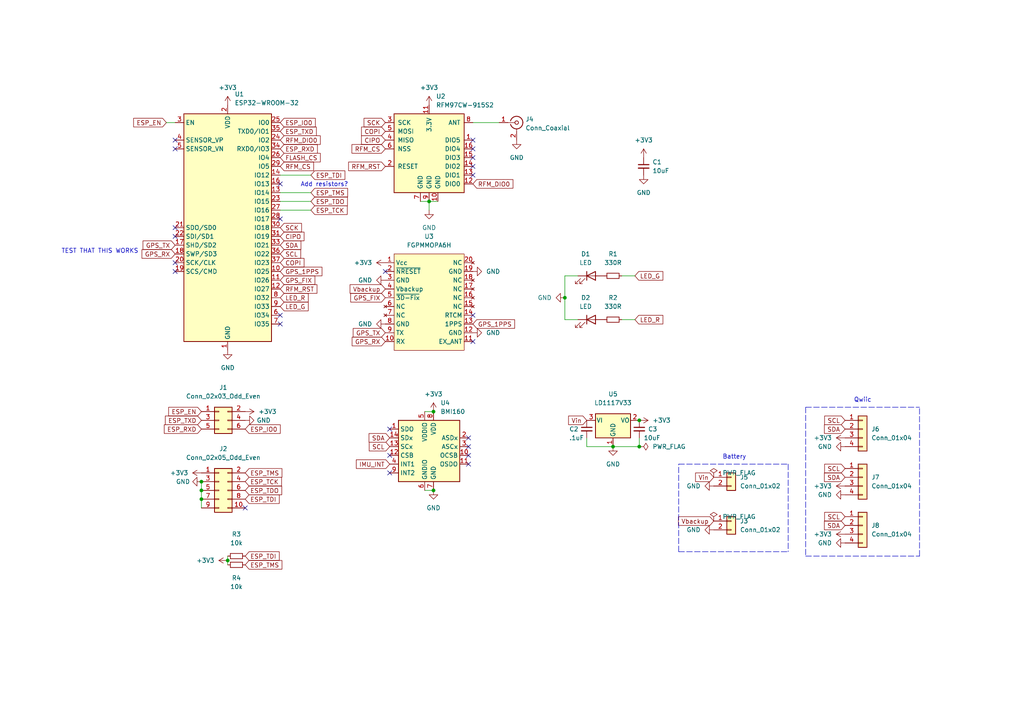
<source format=kicad_sch>
(kicad_sch (version 20211123) (generator eeschema)
  (paper "A4")
  (lib_symbols
    (symbol "+3.3V_1" (power) (pin_names (offset 0))
      (property "Value" "+3.3V_1" (at 0 3.556 0))
      (symbol "+3.3V_1_0_1"
        (polyline (pts (xy -0.762 1.27) (xy 0 2.54)))
        (polyline (pts (xy 0 0) (xy 0 2.54)))
        (polyline (pts (xy 0 2.54) (xy 0.762 1.27)))
      )
      (symbol "+3.3V_1_1_1"
        (pin power_in line (at 0 0 90) (length 0) hide (name "+3V3") (number "1"))
      )
    )
    (symbol "+3.3V_2" (power) (pin_names (offset 0))
      (property "Value" "+3.3V_2" (at 0 3.556 0))
      (symbol "+3.3V_2_0_1"
        (polyline (pts (xy -0.762 1.27) (xy 0 2.54)))
        (polyline (pts (xy 0 0) (xy 0 2.54)))
        (polyline (pts (xy 0 2.54) (xy 0.762 1.27)))
      )
      (symbol "+3.3V_2_1_1"
        (pin power_in line (at 0 0 90) (length 0) hide (name "+3V3") (number "1"))
      )
    )
    (symbol "+3.3V_4" (power) (pin_names (offset 0))
      (property "Value" "+3.3V_4" (at 0 3.556 0))
      (symbol "+3.3V_4_0_1"
        (polyline (pts (xy -0.762 1.27) (xy 0 2.54)))
        (polyline (pts (xy 0 0) (xy 0 2.54)))
        (polyline (pts (xy 0 2.54) (xy 0.762 1.27)))
      )
      (symbol "+3.3V_4_1_1"
        (pin power_in line (at 0 0 90) (length 0) hide (name "+3V3") (number "1"))
      )
    )
    (symbol "+3.3V_5" (power) (pin_names (offset 0))
      (property "Value" "+3.3V_5" (at 0 3.556 0))
      (symbol "+3.3V_5_0_1"
        (polyline (pts (xy -0.762 1.27) (xy 0 2.54)))
        (polyline (pts (xy 0 0) (xy 0 2.54)))
        (polyline (pts (xy 0 2.54) (xy 0.762 1.27)))
      )
      (symbol "+3.3V_5_1_1"
        (pin power_in line (at 0 0 90) (length 0) hide (name "+3V3") (number "1"))
      )
    )
    (symbol "+3.3V_6" (power) (pin_names (offset 0))
      (property "Value" "+3.3V_6" (at 0 3.556 0))
      (symbol "+3.3V_6_0_1"
        (polyline (pts (xy -0.762 1.27) (xy 0 2.54)))
        (polyline (pts (xy 0 0) (xy 0 2.54)))
        (polyline (pts (xy 0 2.54) (xy 0.762 1.27)))
      )
      (symbol "+3.3V_6_1_1"
        (pin power_in line (at 0 0 90) (length 0) hide (name "+3V3") (number "1"))
      )
    )
    (symbol "+3.3V_7" (power) (pin_names (offset 0))
      (property "Value" "+3.3V_7" (at 0 3.556 0))
      (symbol "+3.3V_7_0_1"
        (polyline (pts (xy -0.762 1.27) (xy 0 2.54)))
        (polyline (pts (xy 0 0) (xy 0 2.54)))
        (polyline (pts (xy 0 2.54) (xy 0.762 1.27)))
      )
      (symbol "+3.3V_7_1_1"
        (pin power_in line (at 0 0 90) (length 0) hide (name "+3V3") (number "1"))
      )
    )
    (symbol "+3.3V_8" (power) (pin_names (offset 0))
      (property "Value" "+3.3V_8" (at 0 3.556 0))
      (symbol "+3.3V_8_0_1"
        (polyline (pts (xy -0.762 1.27) (xy 0 2.54)))
        (polyline (pts (xy 0 0) (xy 0 2.54)))
        (polyline (pts (xy 0 2.54) (xy 0.762 1.27)))
      )
      (symbol "+3.3V_8_1_1"
        (pin power_in line (at 0 0 90) (length 0) hide (name "+3V3") (number "1"))
      )
    )
    (symbol "Connector:Conn_Coaxial" (pin_names (offset 1.016) hide)
      (property "Reference" "J" (at 0.254 3.048 0))
      (property "Value" "Conn_Coaxial" (at 2.921 0 90))
      (symbol "Conn_Coaxial_0_1"
        (arc (start -1.778 -0.508) (mid 0.222 -1.808) (end 1.778 0) (stroke (width 0.254)))
        (polyline (pts (xy -2.54 0) (xy -0.508 0)))
        (polyline (pts (xy 0 -2.54) (xy 0 -1.778)))
        (circle (center 0 0) (radius 0.508) (stroke (width 0.2032)))
        (arc (start 1.778 0) (mid 0.222 1.8083) (end -1.778 0.508) (stroke (width 0.254)))
      )
      (symbol "Conn_Coaxial_1_1"
        (pin passive line (at -5.08 0 0) (length 2.54) (name "In") (number "1"))
        (pin passive line (at 0 -5.08 90) (length 2.54) (name "Ext") (number "2"))
      )
    )
    (symbol "Connector_Generic:Conn_01x02" (pin_names (offset 1.016) hide)
      (property "Reference" "J" (at 0 2.54 0))
      (property "Value" "Conn_01x02" (at 0 -5.08 0))
      (symbol "Conn_01x02_1_1"
        (rectangle (start -1.27 -2.413) (end 0 -2.667) (stroke (width 0.1524)))
        (rectangle (start -1.27 0.127) (end 0 -0.127) (stroke (width 0.1524)))
        (rectangle (start -1.27 1.27) (end 1.27 -3.81) (stroke (width 0.254)) (fill (type background)))
        (pin passive line (at -5.08 0 0) (length 3.81) (name "Pin_1") (number "1"))
        (pin passive line (at -5.08 -2.54 0) (length 3.81) (name "Pin_2") (number "2"))
      )
    )
    (symbol "Connector_Generic:Conn_01x04" (pin_names (offset 1.016) hide)
      (property "Reference" "J" (at 0 5.08 0))
      (property "Value" "Conn_01x04" (at 0 -7.62 0))
      (symbol "Conn_01x04_1_1"
        (rectangle (start -1.27 -4.953) (end 0 -5.207) (stroke (width 0.1524)))
        (rectangle (start -1.27 -2.413) (end 0 -2.667) (stroke (width 0.1524)))
        (rectangle (start -1.27 0.127) (end 0 -0.127) (stroke (width 0.1524)))
        (rectangle (start -1.27 2.667) (end 0 2.413) (stroke (width 0.1524)))
        (rectangle (start -1.27 3.81) (end 1.27 -6.35) (stroke (width 0.254)) (fill (type background)))
        (pin passive line (at -5.08 2.54 0) (length 3.81) (name "Pin_1") (number "1"))
        (pin passive line (at -5.08 0 0) (length 3.81) (name "Pin_2") (number "2"))
        (pin passive line (at -5.08 -2.54 0) (length 3.81) (name "Pin_3") (number "3"))
        (pin passive line (at -5.08 -5.08 0) (length 3.81) (name "Pin_4") (number "4"))
      )
    )
    (symbol "Connector_Generic:Conn_02x03_Odd_Even" (pin_names (offset 1.016) hide)
      (property "Reference" "J" (at 1.27 5.08 0))
      (property "Value" "Conn_02x03_Odd_Even" (at 1.27 -5.08 0))
      (symbol "Conn_02x03_Odd_Even_1_1"
        (rectangle (start -1.27 -2.413) (end 0 -2.667) (stroke (width 0.1524)))
        (rectangle (start -1.27 0.127) (end 0 -0.127) (stroke (width 0.1524)))
        (rectangle (start -1.27 2.667) (end 0 2.413) (stroke (width 0.1524)))
        (rectangle (start -1.27 3.81) (end 3.81 -3.81) (stroke (width 0.254)) (fill (type background)))
        (rectangle (start 3.81 -2.413) (end 2.54 -2.667) (stroke (width 0.1524)))
        (rectangle (start 3.81 0.127) (end 2.54 -0.127) (stroke (width 0.1524)))
        (rectangle (start 3.81 2.667) (end 2.54 2.413) (stroke (width 0.1524)))
        (pin passive line (at -5.08 2.54 0) (length 3.81) (name "Pin_1") (number "1"))
        (pin passive line (at 7.62 2.54 180) (length 3.81) (name "Pin_2") (number "2"))
        (pin passive line (at -5.08 0 0) (length 3.81) (name "Pin_3") (number "3"))
        (pin passive line (at 7.62 0 180) (length 3.81) (name "Pin_4") (number "4"))
        (pin passive line (at -5.08 -2.54 0) (length 3.81) (name "Pin_5") (number "5"))
        (pin passive line (at 7.62 -2.54 180) (length 3.81) (name "Pin_6") (number "6"))
      )
    )
    (symbol "Connector_Generic:Conn_02x05_Odd_Even" (pin_names (offset 1.016) hide)
      (property "Reference" "J" (at 1.27 7.62 0))
      (property "Value" "Conn_02x05_Odd_Even" (at 1.27 -7.62 0))
      (symbol "Conn_02x05_Odd_Even_1_1"
        (rectangle (start -1.27 -4.953) (end 0 -5.207) (stroke (width 0.1524)))
        (rectangle (start -1.27 -2.413) (end 0 -2.667) (stroke (width 0.1524)))
        (rectangle (start -1.27 0.127) (end 0 -0.127) (stroke (width 0.1524)))
        (rectangle (start -1.27 2.667) (end 0 2.413) (stroke (width 0.1524)))
        (rectangle (start -1.27 5.207) (end 0 4.953) (stroke (width 0.1524)))
        (rectangle (start -1.27 6.35) (end 3.81 -6.35) (stroke (width 0.254)) (fill (type background)))
        (rectangle (start 3.81 -4.953) (end 2.54 -5.207) (stroke (width 0.1524)))
        (rectangle (start 3.81 -2.413) (end 2.54 -2.667) (stroke (width 0.1524)))
        (rectangle (start 3.81 0.127) (end 2.54 -0.127) (stroke (width 0.1524)))
        (rectangle (start 3.81 2.667) (end 2.54 2.413) (stroke (width 0.1524)))
        (rectangle (start 3.81 5.207) (end 2.54 4.953) (stroke (width 0.1524)))
        (pin passive line (at -5.08 5.08 0) (length 3.81) (name "Pin_1") (number "1"))
        (pin passive line (at 7.62 -5.08 180) (length 3.81) (name "Pin_10") (number "10"))
        (pin passive line (at 7.62 5.08 180) (length 3.81) (name "Pin_2") (number "2"))
        (pin passive line (at -5.08 2.54 0) (length 3.81) (name "Pin_3") (number "3"))
        (pin passive line (at 7.62 2.54 180) (length 3.81) (name "Pin_4") (number "4"))
        (pin passive line (at -5.08 0 0) (length 3.81) (name "Pin_5") (number "5"))
        (pin passive line (at 7.62 0 180) (length 3.81) (name "Pin_6") (number "6"))
        (pin passive line (at -5.08 -2.54 0) (length 3.81) (name "Pin_7") (number "7"))
        (pin passive line (at 7.62 -2.54 180) (length 3.81) (name "Pin_8") (number "8"))
        (pin passive line (at -5.08 -5.08 0) (length 3.81) (name "Pin_9") (number "9"))
      )
    )
    (symbol "Device:C_Small" (pin_numbers hide) (pin_names (offset 0.254) hide)
      (property "Reference" "C" (at 0.254 1.778 0))
      (property "Value" "C_Small" (at 0.254 -2.032 0))
      (symbol "C_Small_0_1"
        (polyline (pts (xy -1.524 -0.508) (xy 1.524 -0.508)) (stroke (width 0.3302)))
        (polyline (pts (xy -1.524 0.508) (xy 1.524 0.508)) (stroke (width 0.3048)))
      )
      (symbol "C_Small_1_1"
        (pin passive line (at 0 2.54 270) (length 2.032) (name "~") (number "1"))
        (pin passive line (at 0 -2.54 90) (length 2.032) (name "~") (number "2"))
      )
    )
    (symbol "Device:LED" (pin_numbers hide) (pin_names (offset 1.016) hide)
      (property "Reference" "D" (at 0 2.54 0))
      (property "Value" "LED" (at 0 -2.54 0))
      (symbol "LED_0_1"
        (polyline (pts (xy -1.27 -1.27) (xy -1.27 1.27)) (stroke (width 0.254)))
        (polyline (pts (xy -1.27 0) (xy 1.27 0)))
        (polyline (pts (xy 1.27 -1.27) (xy 1.27 1.27) (xy -1.27 0) (xy 1.27 -1.27)) (stroke (width 0.254)))
        (polyline (pts (xy -3.048 -0.762) (xy -4.572 -2.286) (xy -3.81 -2.286) (xy -4.572 -2.286) (xy -4.572 -1.524)))
        (polyline (pts (xy -1.778 -0.762) (xy -3.302 -2.286) (xy -2.54 -2.286) (xy -3.302 -2.286) (xy -3.302 -1.524)))
      )
      (symbol "LED_1_1"
        (pin passive line (at -3.81 0 0) (length 2.54) (name "K") (number "1"))
        (pin passive line (at 3.81 0 180) (length 2.54) (name "A") (number "2"))
      )
    )
    (symbol "Device:R_Small" (pin_numbers hide) (pin_names (offset 0.254) hide)
      (property "Reference" "R" (at 0.762 0.508 0))
      (property "Value" "R_Small" (at 0.762 -1.016 0))
      (symbol "R_Small_0_1"
        (rectangle (start -0.762 1.778) (end 0.762 -1.778) (stroke (width 0.2032)))
      )
      (symbol "R_Small_1_1"
        (pin passive line (at 0 2.54 270) (length 0.762) (name "~") (number "1"))
        (pin passive line (at 0 -2.54 90) (length 0.762) (name "~") (number "2"))
      )
    )
    (symbol "Parts:FGPMMOPA6H"
      (property "Reference" "U?" (at 0 17.78 0))
      (property "Value" "FGPMMOPA6H" (at 0 15.24 0))
      (symbol "FGPMMOPA6H_0_1"
        (rectangle (start -10.16 12.7) (end 10.16 -15.24) (fill (type background)))
      )
      (symbol "FGPMMOPA6H_1_1"
        (pin power_in line (at -12.7 10.16 0) (length 2.54) (name "Vcc") (number "1"))
        (pin input line (at -12.7 -12.7 0) (length 2.54) (name "RX") (number "10"))
        (pin input line (at 12.7 -12.7 180) (length 2.54) (name "EX_ANT") (number "11"))
        (pin power_in line (at 12.7 -10.16 180) (length 2.54) (name "GND") (number "12"))
        (pin output line (at 12.7 -7.62 180) (length 2.54) (name "1PPS") (number "13"))
        (pin input line (at 12.7 -5.08 180) (length 2.54) (name "RTCM") (number "14"))
        (pin no_connect line (at 12.7 -2.54 180) (length 2.54) (name "NC") (number "15"))
        (pin no_connect line (at 12.7 0 180) (length 2.54) (name "NC") (number "16"))
        (pin no_connect line (at 12.7 2.54 180) (length 2.54) (name "NC") (number "17"))
        (pin no_connect line (at 12.7 5.08 180) (length 2.54) (name "NC") (number "18"))
        (pin power_in line (at 12.7 7.62 180) (length 2.54) (name "GND") (number "19"))
        (pin input line (at -12.7 7.62 0) (length 2.54) (name "~{NRESET}") (number "2"))
        (pin no_connect line (at 12.7 10.16 180) (length 2.54) (name "NC") (number "20"))
        (pin power_in line (at -12.7 5.08 0) (length 2.54) (name "GND") (number "3"))
        (pin power_in line (at -12.7 2.54 0) (length 2.54) (name "Vbackup") (number "4"))
        (pin output line (at -12.7 0 0) (length 2.54) (name "~{3D-Fix}") (number "5"))
        (pin no_connect line (at -12.7 -2.54 0) (length 2.54) (name "NC") (number "6"))
        (pin no_connect line (at -12.7 -5.08 0) (length 2.54) (name "NC") (number "7"))
        (pin power_in line (at -12.7 -7.62 0) (length 2.54) (name "GND") (number "8"))
        (pin output line (at -12.7 -10.16 0) (length 2.54) (name "TX") (number "9"))
      )
    )
    (symbol "RF_Module:ESP32-WROOM-32"
      (property "Reference" "U" (at -12.7 34.29 0))
      (property "Value" "ESP32-WROOM-32" (at 1.27 34.29 0))
      (symbol "ESP32-WROOM-32_0_1"
        (rectangle (start -12.7 33.02) (end 12.7 -33.02) (stroke (width 0.254)) (fill (type background)))
      )
      (symbol "ESP32-WROOM-32_1_1"
        (pin power_in line (at 0 -35.56 90) (length 2.54) (name "GND") (number "1"))
        (pin bidirectional line (at 15.24 -12.7 180) (length 2.54) (name "IO25") (number "10"))
        (pin bidirectional line (at 15.24 -15.24 180) (length 2.54) (name "IO26") (number "11"))
        (pin bidirectional line (at 15.24 -17.78 180) (length 2.54) (name "IO27") (number "12"))
        (pin bidirectional line (at 15.24 10.16 180) (length 2.54) (name "IO14") (number "13"))
        (pin bidirectional line (at 15.24 15.24 180) (length 2.54) (name "IO12") (number "14"))
        (pin passive line (at 0 -35.56 90) (length 2.54) hide (name "GND") (number "15"))
        (pin bidirectional line (at 15.24 12.7 180) (length 2.54) (name "IO13") (number "16"))
        (pin bidirectional line (at -15.24 -5.08 0) (length 2.54) (name "SHD/SD2") (number "17"))
        (pin bidirectional line (at -15.24 -7.62 0) (length 2.54) (name "SWP/SD3") (number "18"))
        (pin bidirectional line (at -15.24 -12.7 0) (length 2.54) (name "SCS/CMD") (number "19"))
        (pin power_in line (at 0 35.56 270) (length 2.54) (name "VDD") (number "2"))
        (pin bidirectional line (at -15.24 -10.16 0) (length 2.54) (name "SCK/CLK") (number "20"))
        (pin bidirectional line (at -15.24 0 0) (length 2.54) (name "SDO/SD0") (number "21"))
        (pin bidirectional line (at -15.24 -2.54 0) (length 2.54) (name "SDI/SD1") (number "22"))
        (pin bidirectional line (at 15.24 7.62 180) (length 2.54) (name "IO15") (number "23"))
        (pin bidirectional line (at 15.24 25.4 180) (length 2.54) (name "IO2") (number "24"))
        (pin bidirectional line (at 15.24 30.48 180) (length 2.54) (name "IO0") (number "25"))
        (pin bidirectional line (at 15.24 20.32 180) (length 2.54) (name "IO4") (number "26"))
        (pin bidirectional line (at 15.24 5.08 180) (length 2.54) (name "IO16") (number "27"))
        (pin bidirectional line (at 15.24 2.54 180) (length 2.54) (name "IO17") (number "28"))
        (pin bidirectional line (at 15.24 17.78 180) (length 2.54) (name "IO5") (number "29"))
        (pin input line (at -15.24 30.48 0) (length 2.54) (name "EN") (number "3"))
        (pin bidirectional line (at 15.24 0 180) (length 2.54) (name "IO18") (number "30"))
        (pin bidirectional line (at 15.24 -2.54 180) (length 2.54) (name "IO19") (number "31"))
        (pin no_connect line (at -12.7 -27.94 0) (length 2.54) hide (name "NC") (number "32"))
        (pin bidirectional line (at 15.24 -5.08 180) (length 2.54) (name "IO21") (number "33"))
        (pin bidirectional line (at 15.24 22.86 180) (length 2.54) (name "RXD0/IO3") (number "34"))
        (pin bidirectional line (at 15.24 27.94 180) (length 2.54) (name "TXD0/IO1") (number "35"))
        (pin bidirectional line (at 15.24 -7.62 180) (length 2.54) (name "IO22") (number "36"))
        (pin bidirectional line (at 15.24 -10.16 180) (length 2.54) (name "IO23") (number "37"))
        (pin passive line (at 0 -35.56 90) (length 2.54) hide (name "GND") (number "38"))
        (pin passive line (at 0 -35.56 90) (length 2.54) hide (name "GND") (number "39"))
        (pin input line (at -15.24 25.4 0) (length 2.54) (name "SENSOR_VP") (number "4"))
        (pin input line (at -15.24 22.86 0) (length 2.54) (name "SENSOR_VN") (number "5"))
        (pin input line (at 15.24 -25.4 180) (length 2.54) (name "IO34") (number "6"))
        (pin input line (at 15.24 -27.94 180) (length 2.54) (name "IO35") (number "7"))
        (pin bidirectional line (at 15.24 -20.32 180) (length 2.54) (name "IO32") (number "8"))
        (pin bidirectional line (at 15.24 -22.86 180) (length 2.54) (name "IO33") (number "9"))
      )
    )
    (symbol "RocketTracker-SparkFun:LD1117V33" (pin_names (offset 0.254))
      (property "Reference" "U" (at -3.81 3.175 0))
      (property "Value" "LD1117V33" (at 0 3.175 0))
      (symbol "LD1117V33_0_1"
        (rectangle (start -5.08 1.905) (end 5.08 -5.08) (stroke (width 0.254)) (fill (type background)))
      )
      (symbol "LD1117V33_1_1"
        (pin input line (at 0 -7.62 90) (length 2.54) (name "GND") (number "1"))
        (pin power_out line (at 7.62 0 180) (length 2.54) (name "VO") (number "2"))
        (pin power_in line (at -7.62 0 0) (length 2.54) (name "VI") (number "3"))
      )
    )
    (symbol "RocketTracker_Symbols:RFM97CW-915S2" (pin_names (offset 1.016))
      (property "Reference" "U?" (at 2.0194 15.875 0))
      (property "Value" "RFM97CW-915S2" (at 2.0194 13.335 0))
      (symbol "RFM97CW-915S2_0_1"
        (rectangle (start -10.16 10.16) (end 10.16 -12.7) (stroke (width 0.254)) (fill (type background)))
      )
      (symbol "RFM97CW-915S2_1_1"
        (pin bidirectional line (at 12.7 2.54 180) (length 2.54) (name "DIO5") (number "1"))
        (pin power_in line (at 2.54 -15.24 90) (length 2.54) (name "GND") (number "10"))
        (pin power_in line (at 0 12.7 270) (length 2.54) (name "3.3V") (number "11"))
        (pin bidirectional line (at 12.7 -10.16 180) (length 2.54) (name "DIO0") (number "12"))
        (pin bidirectional line (at 12.7 -7.62 180) (length 2.54) (name "DIO1") (number "13"))
        (pin bidirectional line (at 12.7 -5.08 180) (length 2.54) (name "DIO2") (number "14"))
        (pin bidirectional line (at 12.7 -2.54 180) (length 2.54) (name "DIO3") (number "15"))
        (pin bidirectional line (at 12.7 0 180) (length 2.54) (name "DIO4") (number "16"))
        (pin bidirectional line (at -12.7 -5.08 0) (length 2.54) (name "RESET") (number "2"))
        (pin input line (at -12.7 7.62 0) (length 2.54) (name "SCK") (number "3"))
        (pin output line (at -12.7 2.54 0) (length 2.54) (name "MISO") (number "4"))
        (pin input line (at -12.7 5.08 0) (length 2.54) (name "MOSI") (number "5"))
        (pin input line (at -12.7 0 0) (length 2.54) (name "NSS") (number "6"))
        (pin power_in line (at -2.54 -15.24 90) (length 2.54) (name "GND") (number "7"))
        (pin bidirectional line (at 12.7 7.62 180) (length 2.54) (name "ANT") (number "8"))
        (pin power_in line (at 0 -15.24 90) (length 2.54) (name "GND") (number "9"))
      )
    )
    (symbol "Sensor_Motion:BMI160"
      (property "Reference" "U" (at -10.16 8.89 0))
      (property "Value" "BMI160" (at 7.62 8.89 0))
      (symbol "BMI160_1_1"
        (rectangle (start -10.16 7.62) (end 7.62 -10.16) (stroke (width 0.254)) (fill (type background)))
        (pin bidirectional line (at -12.7 5.08 0) (length 2.54) (name "SDO") (number "1"))
        (pin bidirectional line (at 10.16 -2.54 180) (length 2.54) (name "OCSB") (number "10"))
        (pin bidirectional line (at 10.16 -5.08 180) (length 2.54) (name "OSDO") (number "11"))
        (pin input line (at -12.7 -2.54 0) (length 2.54) (name "CSB") (number "12"))
        (pin input line (at -12.7 0 0) (length 2.54) (name "SCx") (number "13"))
        (pin bidirectional line (at -12.7 2.54 0) (length 2.54) (name "SDx") (number "14"))
        (pin bidirectional line (at 10.16 2.54 180) (length 2.54) (name "ASDx") (number "2"))
        (pin output line (at 10.16 0 180) (length 2.54) (name "ASCx") (number "3"))
        (pin bidirectional line (at -12.7 -5.08 0) (length 2.54) (name "INT1") (number "4"))
        (pin power_in line (at -2.54 10.16 270) (length 2.54) (name "VDDIO") (number "5"))
        (pin power_in line (at -2.54 -12.7 90) (length 2.54) (name "GNDIO") (number "6"))
        (pin power_in line (at 0 -12.7 90) (length 2.54) (name "GND") (number "7"))
        (pin power_in line (at 0 10.16 270) (length 2.54) (name "VDD") (number "8"))
        (pin bidirectional line (at -12.7 -7.62 0) (length 2.54) (name "INT2") (number "9"))
      )
    )
    (symbol "power:+3.3V" (power) (pin_names (offset 0))
      (property "Value" "+3.3V" (at 0 3.556 0))
      (symbol "+3.3V_0_1"
        (polyline (pts (xy -0.762 1.27) (xy 0 2.54)))
        (polyline (pts (xy 0 0) (xy 0 2.54)))
        (polyline (pts (xy 0 2.54) (xy 0.762 1.27)))
      )
      (symbol "+3.3V_1_1"
        (pin power_in line (at 0 0 90) (length 0) hide (name "+3V3") (number "1"))
      )
    )
    (symbol "power:GND" (power) (pin_names (offset 0))
      (property "Value" "GND" (at 0 -3.81 0))
      (symbol "GND_0_1"
        (polyline (pts (xy 0 0) (xy 0 -1.27) (xy 1.27 -1.27) (xy 0 -2.54) (xy -1.27 -1.27) (xy 0 -1.27)))
      )
      (symbol "GND_1_1"
        (pin power_in line (at 0 0 270) (length 0) hide (name "GND") (number "1"))
      )
    )
    (symbol "power:PWR_FLAG" (power) (pin_numbers hide) (pin_names (offset 0) hide)
      (property "Value" "PWR_FLAG" (at 0 3.81 0))
      (symbol "PWR_FLAG_0_0"
        (pin power_out line (at 0 0 90) (length 0) (name "pwr") (number "1"))
      )
      (symbol "PWR_FLAG_0_1"
        (polyline (pts (xy 0 0) (xy 0 1.27) (xy -1.016 1.905) (xy 0 2.54) (xy 1.016 1.905) (xy 0 1.27)))
      )
    )
  )
  (junction (at 125.73 142.24))
  (junction (at 185.42 121.92))
  (junction (at 58.42 144.78))
  (junction (at 66.04 162.56))
  (junction (at 177.8 129.54))
  (junction (at 58.42 139.7))
  (junction (at 125.73 119.38))
  (junction (at 58.42 142.24))
  (junction (at 124.46 58.42))
  (junction (at 163.83 86.36))
  (junction (at 185.42 129.54))
  (no_connect (at 137.16 43.18))
  (no_connect (at 113.03 137.16))
  (no_connect (at 113.03 132.08))
  (no_connect (at 137.16 50.8))
  (no_connect (at 113.03 124.46))
  (no_connect (at 135.89 134.62))
  (no_connect (at 137.16 40.64))
  (no_connect (at 81.28 93.98))
  (no_connect (at 81.28 53.34))
  (no_connect (at 111.76 78.74))
  (no_connect (at 135.89 127))
  (no_connect (at 137.16 91.44))
  (no_connect (at 50.8 40.64))
  (no_connect (at 137.16 99.06))
  (no_connect (at 137.16 45.72))
  (no_connect (at 81.28 91.44))
  (no_connect (at 81.28 63.5))
  (no_connect (at 50.8 68.58))
  (no_connect (at 50.8 76.2))
  (no_connect (at 135.89 129.54))
  (no_connect (at 137.16 48.26))
  (no_connect (at 50.8 78.74))
  (no_connect (at 135.89 132.08))
  (no_connect (at 71.12 147.32))
  (no_connect (at 50.8 66.04))
  (no_connect (at 50.8 43.18))
  (wire (pts (xy 177.8 129.54) (xy 170.18 129.54)))
  (wire (pts (xy 163.83 92.71) (xy 167.64 92.71)))
  (wire (pts (xy 81.28 55.88) (xy 90.17 55.88)))
  (wire (pts (xy 163.83 86.36) (xy 163.83 80.01)))
  (polyline (pts (xy 266.7 161.29) (xy 266.7 118.11)))
  (wire (pts (xy 123.19 119.38) (xy 125.73 119.38)))
  (wire (pts (xy 58.42 139.7) (xy 58.42 142.24)))
  (wire (pts (xy 185.42 129.54) (xy 185.42 127)))
  (wire (pts (xy 170.18 129.54) (xy 170.18 127)))
  (wire (pts (xy 184.15 80.01) (xy 180.34 80.01)))
  (polyline (pts (xy 233.68 118.11) (xy 266.7 118.11)))
  (wire (pts (xy 58.42 144.78) (xy 58.42 147.32)))
  (wire (pts (xy 124.46 60.96) (xy 124.46 58.42)))
  (wire (pts (xy 66.04 161.29) (xy 66.04 162.56)))
  (wire (pts (xy 48.26 35.56) (xy 50.8 35.56)))
  (wire (pts (xy 163.83 80.01) (xy 167.64 80.01)))
  (wire (pts (xy 184.15 92.71) (xy 180.34 92.71)))
  (polyline (pts (xy 233.68 118.11) (xy 233.68 161.29)))
  (polyline (pts (xy 196.85 160.02) (xy 228.6 160.02)))
  (wire (pts (xy 58.42 142.24) (xy 58.42 144.78)))
  (wire (pts (xy 144.78 35.56) (xy 137.16 35.56)))
  (wire (pts (xy 123.19 142.24) (xy 125.73 142.24)))
  (polyline (pts (xy 196.85 134.62) (xy 228.6 134.62)))
  (wire (pts (xy 124.46 58.42) (xy 127 58.42)))
  (wire (pts (xy 90.17 58.42) (xy 81.28 58.42)))
  (wire (pts (xy 163.83 86.36) (xy 163.83 92.71)))
  (polyline (pts (xy 196.85 160.02) (xy 196.85 134.62)))
  (wire (pts (xy 121.92 58.42) (xy 124.46 58.42)))
  (wire (pts (xy 177.8 129.54) (xy 185.42 129.54)))
  (polyline (pts (xy 233.68 161.29) (xy 266.7 161.29)))
  (polyline (pts (xy 228.6 134.62) (xy 228.6 160.02)))
  (wire (pts (xy 66.04 162.56) (xy 66.04 163.83)))
  (wire (pts (xy 90.17 60.96) (xy 81.28 60.96)))
  (wire (pts (xy 90.17 50.8) (xy 81.28 50.8)))
  (text "TEST THAT THIS WORKS\n" (at 17.78 73.66 0) (effects (font (size 1.27 1.27)) (justify left bottom)))
  (text "Battery" (at 209.55 133.35 0) (effects (font (size 1.27 1.27)) (justify left bottom)))
  (text "Add resistors?" (at 87.1572 54.3256 0) (effects (font (size 1.27 1.27)) (justify left bottom)))
  (text "Qwiic" (at 247.65 116.84 0) (effects (font (size 1.27 1.27)) (justify left bottom)))
  (global_label "GPS_FIX" (shape input) (at 111.76 86.36 180) (property "Intersheet References" "${INTERSHEET_REFS}" (effects hide)))
  (global_label "SDA" (shape input) (at 113.03 127 180) (property "Intersheet References" "${INTERSHEET_REFS}" (effects hide)))
  (global_label "SCL" (shape input) (at 81.28 73.66 0) (property "Intersheet References" "${INTERSHEET_REFS}" (effects hide)))
  (global_label "SCK" (shape input) (at 111.76 35.56 180) (property "Intersheet References" "${INTERSHEET_REFS}" (effects hide)))
  (global_label "ESP_EN" (shape input) (at 58.42 119.38 180) (property "Intersheet References" "${INTERSHEET_REFS}" (effects hide)))
  (global_label "SCK" (shape input) (at 81.28 66.04 0) (property "Intersheet References" "${INTERSHEET_REFS}" (effects hide)))
  (global_label "COPI" (shape input) (at 81.28 76.2 0) (property "Intersheet References" "${INTERSHEET_REFS}" (effects hide)))
  (global_label "ESP_TXD" (shape input) (at 81.28 38.1 0) (property "Intersheet References" "${INTERSHEET_REFS}" (effects hide)))
  (global_label "GPS_1PPS" (shape input) (at 81.28 78.74 0) (property "Intersheet References" "${INTERSHEET_REFS}" (effects hide)))
  (global_label "LED_G" (shape input) (at 81.28 88.9 0) (property "Intersheet References" "${INTERSHEET_REFS}" (effects hide)))
  (global_label "ESP_TMS" (shape input) (at 71.12 163.83 0) (property "Intersheet References" "${INTERSHEET_REFS}" (effects hide)))
  (global_label "ESP_IO0" (shape input) (at 81.28 35.56 0) (property "Intersheet References" "${INTERSHEET_REFS}" (effects hide)))
  (global_label "SDA" (shape input) (at 245.11 138.43 180) (property "Intersheet References" "${INTERSHEET_REFS}" (effects hide)))
  (global_label "ESP_TDI" (shape input) (at 71.12 161.29 0) (property "Intersheet References" "${INTERSHEET_REFS}" (effects hide)))
  (global_label "RFM_DIO0" (shape input) (at 137.16 53.34 0) (property "Intersheet References" "${INTERSHEET_REFS}" (effects hide)))
  (global_label "RFM_CS" (shape input) (at 111.76 43.18 180) (property "Intersheet References" "${INTERSHEET_REFS}" (effects hide)))
  (global_label "SDA" (shape input) (at 245.11 152.4 180) (property "Intersheet References" "${INTERSHEET_REFS}" (effects hide)))
  (global_label "ESP_TDI" (shape input) (at 90.17 50.8 0) (property "Intersheet References" "${INTERSHEET_REFS}" (effects hide)))
  (global_label "ESP_RXD" (shape input) (at 58.42 124.46 180) (property "Intersheet References" "${INTERSHEET_REFS}" (effects hide)))
  (global_label "ESP_TCK" (shape input) (at 90.17 60.96 0) (property "Intersheet References" "${INTERSHEET_REFS}" (effects hide)))
  (global_label "SCL" (shape input) (at 113.03 129.54 180) (property "Intersheet References" "${INTERSHEET_REFS}" (effects hide)))
  (global_label "RFM_CS" (shape input) (at 81.28 48.26 0) (property "Intersheet References" "${INTERSHEET_REFS}" (effects hide)))
  (global_label "RFM_DIO0" (shape input) (at 81.28 40.64 0) (property "Intersheet References" "${INTERSHEET_REFS}" (effects hide)))
  (global_label "Vin" (shape input) (at 170.18 121.92 180) (property "Intersheet References" "${INTERSHEET_REFS}" (effects hide)))
  (global_label "ESP_TMS" (shape input) (at 90.17 55.88 0) (property "Intersheet References" "${INTERSHEET_REFS}" (effects hide)))
  (global_label "RFM_RST" (shape input) (at 81.28 83.82 0) (property "Intersheet References" "${INTERSHEET_REFS}" (effects hide)))
  (global_label "ESP_EN" (shape input) (at 48.26 35.56 180) (property "Intersheet References" "${INTERSHEET_REFS}" (effects hide)))
  (global_label "ESP_RXD" (shape input) (at 81.28 43.18 0) (property "Intersheet References" "${INTERSHEET_REFS}" (effects hide)))
  (global_label "ESP_TMS" (shape input) (at 71.12 137.16 0) (property "Intersheet References" "${INTERSHEET_REFS}" (effects hide)))
  (global_label "CIPO" (shape input) (at 111.76 40.64 180) (property "Intersheet References" "${INTERSHEET_REFS}" (effects hide)))
  (global_label "ESP_TXD" (shape input) (at 58.42 121.92 180) (property "Intersheet References" "${INTERSHEET_REFS}" (effects hide)))
  (global_label "GPS_RX" (shape input) (at 50.8 73.66 180) (property "Intersheet References" "${INTERSHEET_REFS}" (effects hide)))
  (global_label "FLASH_CS" (shape input) (at 81.28 45.72 0) (property "Intersheet References" "${INTERSHEET_REFS}" (effects hide)))
  (global_label "Vbackup" (shape input) (at 111.76 83.82 180) (property "Intersheet References" "${INTERSHEET_REFS}" (effects hide)))
  (global_label "GPS_TX" (shape input) (at 111.76 96.52 180) (property "Intersheet References" "${INTERSHEET_REFS}" (effects hide)))
  (global_label "GPS_TX" (shape input) (at 50.8 71.12 180) (property "Intersheet References" "${INTERSHEET_REFS}" (effects hide)))
  (global_label "SDA" (shape input) (at 245.11 124.46 180) (property "Intersheet References" "${INTERSHEET_REFS}" (effects hide)))
  (global_label "LED_R" (shape input) (at 184.15 92.71 0) (property "Intersheet References" "${INTERSHEET_REFS}" (effects hide)))
  (global_label "ESP_TDO" (shape input) (at 71.12 142.24 0) (property "Intersheet References" "${INTERSHEET_REFS}" (effects hide)))
  (global_label "LED_G" (shape input) (at 184.15 80.01 0) (property "Intersheet References" "${INTERSHEET_REFS}" (effects hide)))
  (global_label "ESP_TCK" (shape input) (at 71.12 139.7 0) (property "Intersheet References" "${INTERSHEET_REFS}" (effects hide)))
  (global_label "GPS_RX" (shape input) (at 111.76 99.06 180) (property "Intersheet References" "${INTERSHEET_REFS}" (effects hide)))
  (global_label "CIPO" (shape input) (at 81.28 68.58 0) (property "Intersheet References" "${INTERSHEET_REFS}" (effects hide)))
  (global_label "GPS_FIX" (shape input) (at 81.28 81.28 0) (property "Intersheet References" "${INTERSHEET_REFS}" (effects hide)))
  (global_label "IMU_INT" (shape input) (at 113.03 134.62 180) (property "Intersheet References" "${INTERSHEET_REFS}" (effects hide)))
  (global_label "SCL" (shape input) (at 245.11 149.86 180) (property "Intersheet References" "${INTERSHEET_REFS}" (effects hide)))
  (global_label "Vbackup" (shape input) (at 207.01 151.13 180) (property "Intersheet References" "${INTERSHEET_REFS}" (effects hide)))
  (global_label "LED_R" (shape input) (at 81.28 86.36 0) (property "Intersheet References" "${INTERSHEET_REFS}" (effects hide)))
  (global_label "SCL" (shape input) (at 245.11 135.89 180) (property "Intersheet References" "${INTERSHEET_REFS}" (effects hide)))
  (global_label "RFM_RST" (shape input) (at 111.76 48.26 180) (property "Intersheet References" "${INTERSHEET_REFS}" (effects hide)))
  (global_label "ESP_TDI" (shape input) (at 71.12 144.78 0) (property "Intersheet References" "${INTERSHEET_REFS}" (effects hide)))
  (global_label "SDA" (shape input) (at 81.28 71.12 0) (property "Intersheet References" "${INTERSHEET_REFS}" (effects hide)))
  (global_label "ESP_TDO" (shape input) (at 90.17 58.42 0) (property "Intersheet References" "${INTERSHEET_REFS}" (effects hide)))
  (global_label "COPI" (shape input) (at 111.76 38.1 180) (property "Intersheet References" "${INTERSHEET_REFS}" (effects hide)))
  (global_label "SCL" (shape input) (at 245.11 121.92 180) (property "Intersheet References" "${INTERSHEET_REFS}" (effects hide)))
  (global_label "Vin" (shape input) (at 207.01 138.43 180) (property "Intersheet References" "${INTERSHEET_REFS}" (effects hide)))
  (global_label "ESP_IO0" (shape input) (at 71.12 124.46 0) (property "Intersheet References" "${INTERSHEET_REFS}" (effects hide)))
  (global_label "GPS_1PPS" (shape input) (at 137.16 93.98 0) (property "Intersheet References" "${INTERSHEET_REFS}" (effects hide)))
  (symbol (lib_id "Device:C_Small") (at 186.69 48.26 0) (unit 1)
    (property "Reference" "C1" (at 189.23 46.9962 0) (effects (justify left)))
    (property "Value" "10uF" (at 189.23 49.5362 0) (effects (justify left)))
    (property "Footprint" "Capacitor_SMD:C_1210_3225Metric_Pad1.33x2.70mm_HandSolder" (effects hide))
  )
  (symbol (lib_name "+3.3V_7") (lib_id "power:+3.3V") (at 186.69 45.72 0) (unit 1)
    (property "Reference" "#PWR0107" (effects hide))
    (property "Value" "+3.3V" (at 186.69 40.64 0))
  )
  (symbol (lib_id "power:GND") (at 245.11 157.48 270) (unit 1)
    (property "Reference" "#PWR029" (effects hide))
    (property "Value" "GND" (at 241.3 157.4799 90) (effects (justify right)))
  )
  (symbol (lib_id "power:GND") (at 125.73 142.24 0) (unit 1)
    (property "Reference" "#PWR0113" (effects hide))
    (property "Value" "GND" (at 125.73 147.32 0))
  )
  (symbol (lib_name "+3.3V_8") (lib_id "power:+3.3V") (at 185.42 121.92 270) (unit 1)
    (property "Reference" "#PWR0103" (effects hide))
    (property "Value" "+3.3V" (at 189.23 121.9199 90) (effects (justify left)))
  )
  (symbol (lib_id "Connector_Generic:Conn_01x04") (at 250.19 124.46 0) (unit 1)
    (property "Reference" "J6" (at 252.73 124.4599 0) (effects (justify left)))
    (property "Value" "Conn_01x04" (at 252.73 126.9999 0) (effects (justify left)))
    (property "Footprint" "Parts:Connector_Qwiic_Vertical" (effects hide))
  )
  (symbol (lib_id "Connector_Generic:Conn_02x05_Odd_Even") (at 63.5 142.24 0) (unit 1)
    (property "Reference" "J2" (at 64.77 130.175 0))
    (property "Value" "Conn_02x05_Odd_Even" (at 64.77 132.715 0))
    (property "Footprint" "Connector_PinHeader_1.27mm:PinHeader_2x05_P1.27mm_Vertical" (effects hide))
  )
  (symbol (lib_id "power:+3.3V") (at 66.04 162.56 90) (unit 1)
    (property "Reference" "#PWR0112" (effects hide))
    (property "Value" "+3.3V" (at 62.23 162.5599 90) (effects (justify left)))
  )
  (symbol (lib_id "Device:R_Small") (at 68.58 163.83 90) (unit 1)
    (property "Reference" "R4" (at 68.58 167.64 90))
    (property "Value" "10k" (at 68.58 170.18 90))
    (property "Footprint" "Resistor_SMD:R_0603_1608Metric_Pad0.98x0.95mm_HandSolder" (effects hide))
  )
  (symbol (lib_id "power:+3.3V") (at 245.11 140.97 90) (unit 1)
    (property "Reference" "#PWR0111" (effects hide))
    (property "Value" "+3.3V" (at 241.3 140.9699 90) (effects (justify left)))
  )
  (symbol (lib_id "power:GND") (at 245.11 129.54 270) (unit 1)
    (property "Reference" "#PWR025" (effects hide))
    (property "Value" "GND" (at 241.3 129.5399 90) (effects (justify right)))
  )
  (symbol (lib_name "+3.3V_4") (lib_id "power:+3.3V") (at 111.76 76.2 90) (unit 1)
    (property "Reference" "#PWR0102" (effects hide))
    (property "Value" "+3.3V" (at 107.95 76.1999 90) (effects (justify left)))
  )
  (symbol (lib_id "Parts:FGPMMOPA6H") (at 124.46 86.36 0) (unit 1)
    (property "Reference" "U3" (at 124.46 68.58 0))
    (property "Value" "FGPMMOPA6H" (at 124.46 71.12 0))
    (property "Footprint" "Parts:FGPMMOPA6H" (effects hide))
  )
  (symbol (lib_id "Device:LED") (at 171.45 92.71 0) (unit 1)
    (property "Reference" "D2" (at 169.8625 86.36 0))
    (property "Value" "LED" (at 169.8625 88.9 0))
    (property "Footprint" "LED_SMD:LED_0603_1608Metric_Pad1.05x0.95mm_HandSolder" (effects hide))
  )
  (symbol (lib_id "Connector_Generic:Conn_01x04") (at 250.19 138.43 0) (unit 1)
    (property "Reference" "J7" (at 252.73 138.4299 0) (effects (justify left)))
    (property "Value" "Conn_01x04" (at 252.73 140.9699 0) (effects (justify left)))
    (property "Footprint" "Parts:Connector_Qwiic_Vertical" (effects hide))
  )
  (symbol (lib_id "power:GND") (at 111.76 81.28 270) (unit 1)
    (property "Reference" "#PWR08" (effects hide))
    (property "Value" "GND" (at 107.95 81.2799 90) (effects (justify right)))
  )
  (symbol (lib_id "Connector_Generic:Conn_01x02") (at 212.09 138.43 0) (unit 1)
    (property "Reference" "J5" (at 214.63 138.4299 0) (effects (justify left)))
    (property "Value" "Conn_01x02" (at 214.63 140.9699 0) (effects (justify left)))
    (property "Footprint" "Connector_PinHeader_2.54mm:PinHeader_1x02_P2.54mm_Vertical" (effects hide))
  )
  (symbol (lib_id "Device:LED") (at 171.45 80.01 0) (unit 1)
    (property "Reference" "D1" (at 169.8625 73.66 0))
    (property "Value" "LED" (at 169.8625 76.2 0))
    (property "Footprint" "LED_SMD:LED_0603_1608Metric_Pad1.05x0.95mm_HandSolder" (effects hide))
  )
  (symbol (lib_id "Connector_Generic:Conn_02x03_Odd_Even") (at 63.5 121.92 0) (unit 1)
    (property "Reference" "J1" (at 64.77 112.395 0))
    (property "Value" "Conn_02x03_Odd_Even" (at 64.77 114.935 0))
    (property "Footprint" "Connector_PinHeader_1.27mm:PinHeader_2x03_P1.27mm_Vertical" (effects hide))
  )
  (symbol (lib_id "Device:R_Small") (at 177.8 80.01 90) (unit 1)
    (property "Reference" "R1" (at 177.8 73.66 90))
    (property "Value" "330R" (at 177.8 76.2 90))
    (property "Footprint" "Resistor_SMD:R_0603_1608Metric_Pad0.98x0.95mm_HandSolder" (effects hide))
  )
  (symbol (lib_name "+3.3V_5") (lib_id "power:+3.3V") (at 66.04 30.48 0) (unit 1)
    (property "Reference" "#PWR0104" (effects hide))
    (property "Value" "+3.3V" (at 66.04 25.4 0))
  )
  (symbol (lib_name "+3.3V_1") (lib_id "power:+3.3V") (at 71.12 119.38 270) (unit 1)
    (property "Reference" "#PWR0106" (effects hide))
    (property "Value" "+3.3V" (at 74.93 119.3799 90) (effects (justify left)))
  )
  (symbol (lib_id "RocketTracker_Symbols:RFM97CW-915S2") (at 124.46 43.18 0) (unit 1)
    (property "Reference" "U2" (at 126.4794 27.94 0) (effects (justify left)))
    (property "Value" "RFM97CW-915S2" (at 126.4794 30.48 0) (effects (justify left)))
    (property "Footprint" "RF_Module:HOPERF_RFM9XW_SMD" (effects hide))
    (property "Datasheet" "https://www.hoperf.com/data/upload/portal/20181127/5bfcbea20e9ef.pdf" (effects hide))
  )
  (symbol (lib_id "Device:R_Small") (at 68.58 161.29 90) (unit 1)
    (property "Reference" "R3" (at 68.58 154.94 90))
    (property "Value" "10k" (at 68.58 157.48 90))
    (property "Footprint" "Resistor_SMD:R_0603_1608Metric_Pad0.98x0.95mm_HandSolder" (effects hide))
  )
  (symbol (lib_id "power:GND") (at 71.12 121.92 90) (mirror x) (unit 1)
    (property "Reference" "#PWR06" (effects hide))
    (property "Value" "GND" (at 74.422 121.9199 90) (effects (justify right)))
  )
  (symbol (lib_id "power:GND") (at 207.01 153.67 270) (unit 1)
    (property "Reference" "#PWR01" (effects hide))
    (property "Value" "GND" (at 203.2 153.6699 90) (effects (justify right)))
  )
  (symbol (lib_id "power:GND") (at 66.04 101.6 0) (unit 1)
    (property "Reference" "#PWR04" (effects hide))
    (property "Value" "GND" (at 66.04 106.68 0))
  )
  (symbol (lib_id "power:GND") (at 149.86 40.64 0) (unit 1)
    (property "Reference" "#PWR016" (effects hide))
    (property "Value" "GND" (at 149.86 45.72 0))
  )
  (symbol (lib_id "power:+3.3V") (at 245.11 154.94 90) (unit 1)
    (property "Reference" "#PWR0109" (effects hide))
    (property "Value" "+3.3V" (at 241.3 154.9399 90) (effects (justify left)))
  )
  (symbol (lib_id "Sensor_Motion:BMI160") (at 125.73 129.54 0) (unit 1)
    (property "Reference" "U4" (at 127.7494 116.84 0) (effects (justify left)))
    (property "Value" "BMI160" (at 127.7494 119.38 0) (effects (justify left)))
    (property "Footprint" "Package_LGA:Bosch_LGA-14_3x2.5mm_P0.5mm" (effects hide))
    (property "Datasheet" "https://ae-bst.resource.bosch.com/media/_tech/media/datasheets/BST-BMI160-DS000.pdf" (effects hide))
  )
  (symbol (lib_id "power:GND") (at 58.42 139.7 270) (unit 1)
    (property "Reference" "#PWR02" (effects hide))
    (property "Value" "GND" (at 55.118 139.6999 90) (effects (justify right)))
  )
  (symbol (lib_id "power:GND") (at 177.8 129.54 0) (unit 1)
    (property "Reference" "#PWR021" (effects hide))
    (property "Value" "GND" (at 177.8 134.62 0))
  )
  (symbol (lib_id "Connector:Conn_Coaxial") (at 149.86 35.56 0) (unit 1)
    (property "Reference" "J4" (at 152.4 34.5831 0) (effects (justify left)))
    (property "Value" "Conn_Coaxial" (at 152.4 37.1231 0) (effects (justify left)))
    (property "Footprint" "SnapEDA_CONREVSMA003:LINX_CONREVSMA003.062" (effects hide))
    (property "Datasheet" " ~" (effects hide))
  )
  (symbol (lib_id "Connector_Generic:Conn_01x02") (at 212.09 151.13 0) (unit 1)
    (property "Reference" "J3" (at 214.63 151.1299 0) (effects (justify left)))
    (property "Value" "Conn_01x02" (at 214.63 153.6699 0) (effects (justify left)))
    (property "Footprint" "Connector_PinHeader_2.54mm:PinHeader_1x02_P2.54mm_Vertical" (effects hide))
  )
  (symbol (lib_id "power:+3.3V") (at 245.11 127 90) (unit 1)
    (property "Reference" "#PWR0110" (effects hide))
    (property "Value" "+3.3V" (at 241.3 126.9999 90) (effects (justify left)))
  )
  (symbol (lib_id "power:GND") (at 111.76 93.98 270) (unit 1)
    (property "Reference" "#PWR09" (effects hide))
    (property "Value" "GND" (at 107.95 93.9799 90) (effects (justify right)))
  )
  (symbol (lib_id "power:GND") (at 137.16 78.74 90) (unit 1)
    (property "Reference" "#PWR014" (effects hide))
    (property "Value" "GND" (at 140.97 78.7399 90) (effects (justify right)))
  )
  (symbol (lib_name "+3.3V_6") (lib_id "power:+3.3V") (at 124.46 30.48 0) (unit 1)
    (property "Reference" "#PWR0108" (effects hide))
    (property "Value" "+3.3V" (at 124.46 25.4 0))
  )
  (symbol (lib_id "Device:C_Small") (at 170.18 124.46 0) (unit 1)
    (property "Reference" "C2" (at 165.1 124.46 0) (effects (justify left)))
    (property "Value" ".1uF" (at 165.1 127 0) (effects (justify left)))
    (property "Footprint" "Capacitor_SMD:C_0603_1608Metric_Pad1.08x0.95mm_HandSolder" (effects hide))
  )
  (symbol (lib_id "power:+3.3V") (at 125.73 119.38 0) (unit 1)
    (property "Reference" "#PWR0101" (effects hide))
    (property "Value" "+3.3V" (at 125.73 114.3 0))
  )
  (symbol (lib_id "Device:R_Small") (at 177.8 92.71 90) (unit 1)
    (property "Reference" "R2" (at 177.8 86.36 90))
    (property "Value" "330R" (at 177.8 88.9 90))
    (property "Footprint" "Resistor_SMD:R_0603_1608Metric_Pad0.98x0.95mm_HandSolder" (effects hide))
  )
  (symbol (lib_id "power:PWR_FLAG") (at 185.42 129.54 270) (unit 1)
    (property "Reference" "#FLG0101" (effects hide))
    (property "Value" "PWR_FLAG" (at 189.23 129.5399 90) (effects (justify left)))
  )
  (symbol (lib_id "power:GND") (at 124.46 60.96 0) (unit 1)
    (property "Reference" "#PWR011" (effects hide))
    (property "Value" "GND" (at 124.46 66.04 0))
  )
  (symbol (lib_id "power:PWR_FLAG") (at 207.01 138.43 0) (unit 1)
    (property "Reference" "#FLG0102" (effects hide))
    (property "Value" "PWR_FLAG" (at 209.55 137.1599 0) (effects (justify left)))
  )
  (symbol (lib_id "power:PWR_FLAG") (at 207.01 151.13 0) (unit 1)
    (property "Reference" "#FLG01" (effects hide))
    (property "Value" "PWR_FLAG" (at 209.55 149.8599 0) (effects (justify left)))
  )
  (symbol (lib_id "power:GND") (at 245.11 143.51 270) (unit 1)
    (property "Reference" "#PWR027" (effects hide))
    (property "Value" "GND" (at 241.3 143.5099 90) (effects (justify right)))
  )
  (symbol (lib_id "RocketTracker-SparkFun:LD1117V33") (at 177.8 121.92 0) (unit 1)
    (property "Reference" "U5" (at 177.8 114.3 0))
    (property "Value" "LD1117V33" (at 177.8 116.84 0))
    (property "Footprint" "Package_TO_SOT_SMD:TO-252-2" (effects hide))
    (property "Datasheet" "https://www.sparkfun.com/datasheets/Components/LD1117V33.pdf" (effects hide))
  )
  (symbol (lib_id "power:GND") (at 186.69 50.8 0) (unit 1)
    (property "Reference" "#PWR020" (effects hide))
    (property "Value" "GND" (at 186.69 55.88 0))
  )
  (symbol (lib_name "+3.3V_2") (lib_id "power:+3.3V") (at 58.42 137.16 90) (unit 1)
    (property "Reference" "#PWR0105" (effects hide))
    (property "Value" "+3.3V" (at 54.61 137.1599 90) (effects (justify left)))
  )
  (symbol (lib_id "power:GND") (at 137.16 96.52 90) (unit 1)
    (property "Reference" "#PWR015" (effects hide))
    (property "Value" "GND" (at 140.97 96.5199 90) (effects (justify right)))
  )
  (symbol (lib_id "power:GND") (at 207.01 140.97 270) (unit 1)
    (property "Reference" "#PWR023" (effects hide))
    (property "Value" "GND" (at 203.2 140.9699 90) (effects (justify right)))
  )
  (symbol (lib_id "power:GND") (at 163.83 86.36 270) (unit 1)
    (property "Reference" "#PWR018" (effects hide))
    (property "Value" "GND" (at 160.02 86.3599 90) (effects (justify right)))
  )
  (symbol (lib_id "Connector_Generic:Conn_01x04") (at 250.19 152.4 0) (unit 1)
    (property "Reference" "J8" (at 252.73 152.3999 0) (effects (justify left)))
    (property "Value" "Conn_01x04" (at 252.73 154.9399 0) (effects (justify left)))
    (property "Footprint" "Parts:Connector_Qwiic_Vertical" (effects hide))
  )
  (symbol (lib_id "Device:C_Small") (at 185.42 124.46 0) (unit 1)
    (property "Reference" "C3" (at 187.96 124.46 0) (effects (justify left)))
    (property "Value" "10uF" (at 186.69 127 0) (effects (justify left)))
    (property "Footprint" "Capacitor_SMD:C_1210_3225Metric_Pad1.33x2.70mm_HandSolder" (effects hide))
  )
  (symbol (lib_id "RF_Module:ESP32-WROOM-32") (at 66.04 66.04 0) (unit 1)
    (property "Reference" "U1" (at 68.0594 27.305 0) (effects (justify left)))
    (property "Value" "ESP32-WROOM-32" (at 68.0594 29.845 0) (effects (justify left)))
    (property "Footprint" "RF_Module:ESP32-WROOM-32" (effects hide))
    (property "Datasheet" "https://www.espressif.com/sites/default/files/documentation/esp32-wroom-32_datasheet_en.pdf" (effects hide))
  )
)
</source>
